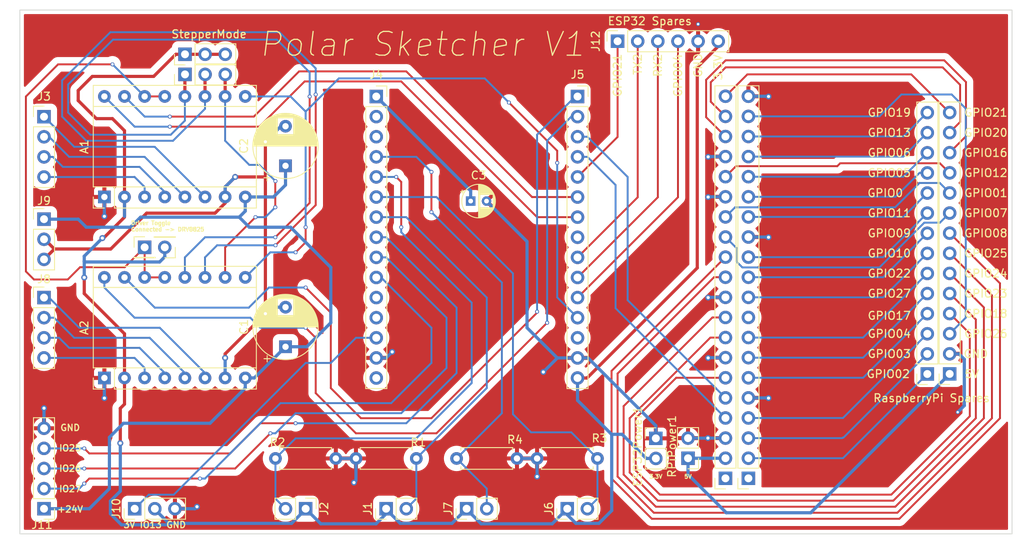
<source format=kicad_pcb>
(kicad_pcb (version 20211014) (generator pcbnew)
  (layers (0 "F.Cu" signal) (31 "B.Cu" signal) (34 "B.Paste" user) (35 "F.Paste" user) (36 "B.SilkS" user "B.Silkscreen") (37 "F.SilkS" user "F.Silkscreen") (38 "B.Mask" user) (39 "F.Mask" user) (44 "Edge.Cuts" user))
  (net 0 "")
  (net 1 "GND")
  (net 2 "Net-(A1-Pad3)")
  (net 3 "Net-(A1-Pad4)")
  (net 4 "Net-(A1-Pad5)")
  (net 5 "Net-(A1-Pad6)")
  (net 6 "+24V")
  (net 7 "Net-(A1-Pad10)")
  (net 8 "GPIO19")
  (net 9 "GPIO18")
  (net 10 "Net-(A2-Pad3)")
  (net 11 "Net-(A2-Pad4)")
  (net 12 "Net-(A2-Pad5)")
  (net 13 "Net-(A2-Pad6)")
  (net 14 "Net-(A1-Pad13)")
  (net 15 "GPIO23")
  (net 16 "GPIO22")
  (net 17 "GND2")
  (net 18 "GPIO33")
  (net 19 "GPIO35")
  (net 20 "EN")
  (net 21 "VP")
  (net 22 "VN")
  (net 23 "GPIO34")
  (net 24 "GPIO32")
  (net 25 "GPIO25")
  (net 26 "GPIO26")
  (net 27 "GPIO27")
  (net 28 "GPIO14")
  (net 29 "GPIO12")
  (net 30 "GPIO13")
  (net 31 "VIN")
  (net 32 "GPIO21")
  (net 33 "GPIO05")
  (net 34 "TX2")
  (net 35 "RX2")
  (net 36 "GPIO4")
  (net 37 "GPIO2")
  (net 38 "GPIO15")
  (net 39 "3V3")
  (net 40 "3v3")
  (net 41 "5v")
  (net 42 "RGPIO2 (SDA)")
  (net 43 "RGPIO3 (SCL)")
  (net 44 "RGPIO4 (GPCLK0)")
  (net 45 "RGPIO17")
  (net 46 "RGPIO27")
  (net 47 "RGPIO22")
  (net 48 "RGPIO10 (MOSI)")
  (net 49 "RGPIO9 (MISO)")
  (net 50 "RGPIO11 (SCLK)")
  (net 51 "RGPIO0 (ID_SD)")
  (net 52 "RGPIO5")
  (net 53 "RGPIO6")
  (net 54 "RGPIO13 (PWM1)")
  (net 55 "RGPIO19 (PCM_FS)")
  (net 56 "RGPIO26")
  (net 57 "RGPIO14 (TXD)")
  (net 58 "RGPIO15 (RXD)")
  (net 59 "RGPIO18 (PCM_CLK)")
  (net 60 "RGPIO23")
  (net 61 "RGPIO24")
  (net 62 "RGPIO25")
  (net 63 "RGPIO8 (CE0)")
  (net 64 "RGPIO7 (CE1)")
  (net 65 "RGPIO1 (ID_SC)")
  (net 66 "RGPIO12 (PMW0)")
  (net 67 "RGPIO16")
  (net 68 "RGPIO20 (PCM_DIN)")
  (net 69 "RGPIO21 (PCM_DOUT)")
  (net 70 "Net-(A1-Pad11)")
  (net 71 "Net-(A1-Pad12)")
  (footprint "Connector_PinHeader_2.54mm:PinHeader_1x02_P2.54mm_Vertical" (layer "F.Cu") (at 183.134 119.634)
    (fp_text reference "ESP32Power1")
    (fp_text value "3.3V")
  )
  (footprint "Capacitor_THT:CP_Radial_D8.0mm_P5.00mm" (layer "F.Cu") (at 136.398 85.206651 90)
    (fp_text reference "C2")
    (fp_text value "100u")
  )
  (footprint "Module:Pololu_Breakout-16_15.2x20.3mm" (layer "F.Cu") (at 113.538 112.004 90)
    (fp_text reference "A2")
    (fp_text value "Pololu_Breakout_A4988")
  )
  (footprint "Connector_PinHeader_2.54mm:PinHeader_1x03_P2.54mm_Vertical" (layer "F.Cu") (at 123.713 71.12 90)
    (fp_text reference "StepperModeInput1" hide)
    (fp_text value "StepperMode")
  )
  (footprint "Connector_PinHeader_2.54mm:PinHeader_1x02_P2.54mm_Vertical" (layer "F.Cu") (at 187.198 122.1486 180)
    (fp_text reference "RPiPower1")
    (fp_text value "V+" hide)
  )
  (footprint "Resistor_THT:R_Axial_DIN0207_L6.3mm_D2.5mm_P7.62mm_Horizontal" (layer "F.Cu") (at 157.988 122.174)
    (fp_text reference "R4")
    (fp_text value "330")
  )
  (footprint "Connector_PinHeader_2.54mm:PinHeader_1x05_P2.54mm_Vertical" (layer "F.Cu") (at 105.918 128.524 180)
    (fp_text reference "J11")
    (fp_text value "ENCODER")
  )
  (footprint "Connector_PinSocket_2.54mm:PinSocket_1x15_P2.54mm_Vertical" (layer "F.Cu") (at 173.253 76.454)
    (fp_text reference "J5")
    (fp_text value "ESP_H_2")
  )
  (footprint "Connector_PinSocket_2.54mm:PinSocket_1x15_P2.54mm_Vertical" (layer "F.Cu") (at 147.853 76.454)
    (fp_text reference "J4")
    (fp_text value "ESP_H_1")
  )
  (footprint "Connector_PinSocket_2.54mm:PinSocket_1x20_P2.54mm_Vertical" (layer "F.Cu") (at 194.818 124.684 180)
    (fp_text reference "J13" hide)
    (fp_text value "RPi_H_1")
  )
  (footprint "Connector_PinHeader_2.54mm:PinHeader_1x03_P2.54mm_Vertical" (layer "F.Cu") (at 123.713 73.66 90)
    (fp_text reference "StepperModeOutput1" hide)
    (fp_text value "StepperMode" hide)
  )
  (footprint "Connector_PinHeader_2.54mm:PinHeader_1x04_P2.54mm_Vertical" (layer "F.Cu") (at 105.918 101.854)
    (fp_text reference "J8")
    (fp_text value "STEPPER_2")
  )
  (footprint "Connector_PinHeader_2.54mm:PinHeader_1x03_P2.54mm_Vertical" (layer "F.Cu") (at 105.918 91.948)
    (fp_text reference "J9")
    (fp_text value "MOTOR_POWER")
  )
  (footprint "Module:Pololu_Breakout-16_15.2x20.3mm" (layer "F.Cu") (at 113.538 89.144 90)
    (fp_text reference "A1")
    (fp_text value "Pololu_Breakout_A4988")
  )
  (footprint "Connector_PinHeader_2.54mm:PinHeader_1x04_P2.54mm_Vertical" (layer "F.Cu") (at 105.918 79.004)
    (fp_text reference "J3")
    (fp_text value "STEPPER_1")
  )
  (footprint "Connector_PinSocket_2.54mm:PinSocket_1x14_P2.54mm_Vertical" (layer "F.Cu") (at 220.218 111.496 180)
    (fp_text reference "RaspberryPiSpares2" hide)
    (fp_text value "RPi_H_1")
  )
  (footprint "Connector_PinSocket_2.54mm:PinSocket_1x20_P2.54mm_Vertical" (layer "F.Cu") (at 191.922 124.684 180)
    (fp_text reference "J14" hide)
    (fp_text value "RPi_H_2")
  )
  (footprint "Capacitor_THT:CP_Radial_D8.0mm_P5.00mm" (layer "F.Cu") (at 136.398 108.066651 90)
    (fp_text reference "C1")
    (fp_text value "100u")
  )
  (footprint "Resistor_THT:R_Axial_DIN0207_L6.3mm_D2.5mm_P7.62mm_Horizontal" (layer "F.Cu") (at 135.128 122.174)
    (fp_text reference "R2")
    (fp_text value "330")
  )
  (footprint "Connector_PinHeader_2.54mm:PinHeader_1x02_P2.54mm_Vertical" (layer "F.Cu") (at 159.258 128.524 90)
    (fp_text reference "J7")
    (fp_text value "LIMIT_4")
  )
  (footprint "Connector_PinHeader_2.54mm:PinHeader_1x02_P2.54mm_Vertical" (layer "F.Cu") (at 171.958 128.524 90)
    (fp_text reference "J6")
    (fp_text value "LIMIT_2")
  )
  (footprint "Connector_PinSocket_2.54mm:PinSocket_1x14_P2.54mm_Vertical" (layer "F.Cu") (at 217.399 111.506 180)
    (fp_text reference "RaspberryPi Spares")
    (fp_text value "RPi_H_1")
  )
  (footprint "Resistor_THT:R_Axial_DIN0207_L6.3mm_D2.5mm_P7.62mm_Horizontal" (layer "F.Cu") (at 152.908 122.174 180)
    (fp_text reference "R1")
    (fp_text value "330")
  )
  (footprint "Capacitor_THT:CP_Radial_D4.0mm_P2.00mm" (layer "F.Cu") (at 159.766 89.662)
    (fp_text reference "C3")
    (fp_text value "100n")
  )
  (footprint "Resistor_THT:R_Axial_DIN0207_L6.3mm_D2.5mm_P7.62mm_Horizontal" (layer "F.Cu") (at 175.768 122.174 180)
    (fp_text reference "R3")
    (fp_text value "330")
  )
  (footprint "Connector_PinHeader_2.54mm:PinHeader_1x02_P2.54mm_Vertical" (layer "F.Cu") (at 138.938 128.524 -90)
    (fp_text reference "J2")
    (fp_text value "LIMIT_3")
  )
  (footprint "Connector_PinHeader_2.54mm:PinHeader_1x01_P2.54mm_Vertical" (layer "F.Cu") (at 121.158 95.504 180)
    (fp_text reference "StepperDriverTogglePower1" hide)
    (fp_text value "StepperDriverSelector" hide)
  )
  (footprint "Connector_PinHeader_2.54mm:PinHeader_1x02_P2.54mm_Vertical" (layer "F.Cu") (at 149.098 128.524 90)
    (fp_text reference "J1")
    (fp_text value "LIMIT_1")
  )
  (footprint "Connector_PinHeader_2.54mm:PinHeader_1x01_P2.54mm_Vertical" (layer "F.Cu") (at 118.618 95.504)
    (fp_text reference "StepperDriverToggle1" hide)
    (fp_text value "StepperDriverSelector" hide)
  )
  (footprint "Connector_PinHeader_2.54mm:PinHeader_1x03_P2.54mm_Vertical" (layer "F.Cu") (at 117.363 128.524 90)
    (fp_text reference "J10")
    (fp_text value "SERVO_PINS")
  )
  (footprint "Connector_PinSocket_2.54mm:PinSocket_1x06_P2.54mm_Vertical" (layer "F.Cu") (at 178.308 69.469 90)
    (fp_text reference "J12")
    (fp_text value "ESP_H_1")
  )
  (gr_rect (start 228.092 65.532) (end 102.87 131.699) (layer "Edge.Cuts") (width 0.1) (fill none))
  (gr_text "GPIO09" (at 212.598 93.726) (layer "F.SilkS") (effects (font (size 1 1))))
  (gr_text "3V IO13 GND\n" (at 119.888 130.556) (layer "F.SilkS") (effects (font (size 0.8 0.8))))
  (gr_text "GPIO26" (at 224.79 106.426) (layer "F.SilkS") (effects (font (size 1 1))))
  (gr_text "3.3V" (at 191.008 72.771 90) (layer "F.SilkS") (effects (font (size 1 1))))
  (gr_text "GPIO20" (at 224.79 81.026) (layer "F.SilkS") (effects (font (size 1 1))))
  (gr_text "GPIO03" (at 212.598 108.966) (layer "F.SilkS") (effects (font (size 1 1))))
  (gr_text "5V" (at 187.198 124.46) (layer "F.SilkS") (effects (font (size 0.5 0.5) (thickness 0.125))))
  (gr_text "GPIO01" (at 224.79 88.646) (layer "F.SilkS") (effects (font (size 1 1))))
  (gr_text "GPIO04" (at 185.928 73.787 90) (layer "F.SilkS") (effects (font (size 1 1))))
  (gr_text "GPIO08" (at 224.79 93.726) (layer "F.SilkS") (effects (font (size 1 1))))
  (gr_text "GND\n\nIO25\n\nIO26\n\nIO27\n\n+24V" (at 109.22 123.444) (layer "F.SilkS") (effects (font (size 0.8 0.8))))
  (gr_text "GPIO16" (at 224.79 83.566) (layer "F.SilkS") (effects (font (size 1 1))))
  (gr_text "Polar Sketcher V1" (at 153.67 69.85) (layer "F.SilkS") (effects (font (size 3 3) (thickness 0.15) italic)))
  (gr_text "GPIO13" (at 212.598 81.026) (layer "F.SilkS") (effects (font (size 1 1))))
  (gr_text "GND" (at 188.468 72.517 90) (layer "F.SilkS") (effects (font (size 1 1))))
  (gr_text "GND" (at 223.52 108.966) (layer "F.SilkS") (effects (font (size 1 1))))
  (gr_text "GPIO11" (at 212.598 91.186) (layer "F.SilkS") (effects (font (size 1 1))))
  (gr_text "GPIO27" (at 212.598 101.346) (layer "F.SilkS") (effects (font (size 1 1))))
  (gr_text "ESP32 Spares" (at 182.372 66.929) (layer "F.SilkS") (effects (font (size 1 1))))
  (gr_text "GPIO06" (at 212.598 83.566) (layer "F.SilkS") (effects (font (size 1 1))))
  (gr_text "GPIO21" (at 178.308 73.787 90) (layer "F.SilkS") (effects (font (size 1 1))))
  (gr_text "GPIO17" (at 212.598 104.14) (layer "F.SilkS") (effects (font (size 1 1))))
  (gr_text "GPIO21" (at 224.79 78.486) (layer "F.SilkS") (effects (font (size 1 1))))
  (gr_text "TX2" (at 180.848 72.39 90) (layer "F.SilkS") (effects (font (size 1 1))))
  (gr_text "GPIO10" (at 212.598 96.266) (layer "F.SilkS") (effects (font (size 1 1))))
  (gr_text "GPIO05" (at 212.598 86.106) (layer "F.SilkS") (effects (font (size 1 1))))
  (gr_text "GPIO22" (at 212.598 98.806) (layer "F.SilkS") (effects (font (size 1 1))))
  (gr_text "GPIO19" (at 212.598 78.486) (layer "F.SilkS") (effects (font (size 1 1))))
  (gr_text "Driver Toggle\nConnected -> DRV8825" (at 116.84 92.837) (layer "F.SilkS") (effects (font (size 0.5 0.5) (thickness 0.125)) (justify left)))
  (gr_text "GPIO04" (at 212.598 106.426) (layer "F.SilkS") (effects (font (size 1 1))))
  (gr_text "GPIO18" (at 224.79 103.886) (layer "F.SilkS") (effects (font (size 1 1))))
  (gr_text "GPIO0" (at 212.09 88.646) (layer "F.SilkS") (effects (font (size 1 1))))
  (gr_text "GPIO25" (at 224.79 96.266) (layer "F.SilkS") (effects (font (size 1 1))))
  (gr_text "GPIO12" (at 224.79 86.106) (layer "F.SilkS") (effects (font (size 1 1))))
  (gr_text "GPIO23" (at 224.79 101.346) (layer "F.SilkS") (effects (font (size 1 1))))
  (gr_text "5V" (at 223.012 111.506) (layer "F.SilkS") (effects (font (size 1 1))))
  (gr_text "GPIO02" (at 212.471 111.506) (layer "F.SilkS") (effects (font (size 1 1))))
  (gr_text "RX2" (at 183.388 72.517 90) (layer "F.SilkS") (effects (font (size 1 1))))
  (gr_text "GPIO07" (at 224.79 91.186) (layer "F.SilkS") (effects (font (size 1 1))))
  (gr_text "GPIO24" (at 224.79 98.806) (layer "F.SilkS") (effects (font (size 1 1))))
  (segment (start 188.468 69.342) (end 188.468 67.31) (width 0.4) (layer "F.Cu") (net 1))
  (via (at 105.918 115.824) (size 0.75) (drill 0.4) (layers "F.Cu" "B.Cu") (net 1))
  (via (at 189.738 89.154) (size 0.75) (drill 0.4) (layers "F.Cu" "B.Cu") (net 1))
  (via (at 189.738 109.474) (size 0.75) (drill 0.4) (layers "F.Cu" "B.Cu") (net 1))
  (via (at 197.358 76.454) (size 0.75) (drill 0.4) (layers "F.Cu" "B.Cu") (net 1))
  (via (at 113.538 114.554) (size 0.75) (drill 0.4) (layers "F.Cu" "B.Cu") (net 1))
  (via (at 197.358 114.554) (size 0.75) (drill 0.4) (layers "F.Cu" "B.Cu") (net 1))
  (via (at 149.86 108.712) (size 0.75) (drill 0.4) (layers "F.Cu" "B.Cu") (net 1))
  (via (at 168.148 124.46) (size 0.75) (drill 0.4) (layers "F.Cu" "B.Cu") (net 1))
  (via (at 221.234 116.332) (size 0.5) (drill 0.3) (layers "F.Cu" "B.Cu") (net 1))
  (via (at 113.538 91.5895) (size 0.75) (drill 0.4) (layers "F.Cu" "B.Cu") (net 1))
  (via (at 125.222 128.27) (size 0.75) (drill 0.4) (layers "F.Cu" "B.Cu") (net 1))
  (via (at 145.034 125.222) (size 0.75) (drill 0.4) (layers "F.Cu" "B.Cu") (net 1))
  (via (at 168.9345 111.252) (size 0.75) (drill 0.4) (layers "F.Cu" "B.Cu") (net 1))
  (via (at 188.468 67.31) (size 0.5) (drill 0.3) (layers "F.Cu" "B.Cu") (net 1))
  (via (at 189.738 101.854) (size 0.75) (drill 0.4) (layers "F.Cu" "B.Cu") (net 1))
  (via (at 189.708 119.604) (size 0.75) (drill 0.4) (layers "F.Cu" "B.Cu") (net 1))
  (via (at 189.738 84.074) (size 0.75) (drill 0.4) (layers "F.Cu" "B.Cu") (net 1))
  (via (at 197.358 94.234) (size 0.75) (drill 0.4) (layers "F.Cu" "B.Cu") (net 1))
  (segment (start 194.818 76.424) (end 197.328 76.424) (width 0.4) (layer "B.Cu") (net 1))
  (segment (start 191.922 84.044) (end 189.768 84.044) (width 0.4) (layer "B.Cu") (net 1))
  (segment (start 168.148 124.46) (end 168.148 122.174) (width 0.4) (layer "B.Cu") (net 1))
  (segment (start 189.768 101.824) (end 189.738 101.854) (width 0.4) (layer "B.Cu") (net 1))
  (segment (start 124.968 128.524) (end 125.222 128.27) (width 0.4) (layer "B.Cu") (net 1))
  (segment (start 191.922 89.124) (end 189.768 89.124) (width 0.4) (layer "B.Cu") (net 1))
  (segment (start 113.538 89.144) (end 113.538 91.5895) (width 0.4) (layer "B.Cu") (net 1))
  (segment (start 113.538 112.004) (end 113.538 114.554) (width 0.4) (layer "B.Cu") (net 1))
  (segment (start 197.328 76.424) (end 197.358 76.454) (width 0.4) (layer "B.Cu") (net 1))
  (segment (start 189.768 109.444) (end 189.738 109.474) (width 0.4) (layer "B.Cu") (net 1))
  (segment (start 166.878 94.774) (end 166.878 105.664) (width 0.4) (layer "B.Cu") (net 1))
  (segment (start 145.288 124.968) (end 145.034 125.222) (width 0.4) (layer "B.Cu") (net 1))
  (segment (start 222.068 109.646) (end 222.068 115.498) (width 0.4) (layer "B.Cu") (net 1))
  (segment (start 170.688 109.474) (end 170.7125 109.474) (width 0.4) (layer "B.Cu") (net 1))
  (segment (start 194.818 114.524) (end 197.328 114.524) (width 0.4) (layer "B.Cu") (net 1))
  (segment (start 194.818 94.204) (end 197.328 94.204) (width 0.4) (layer "B.Cu") (net 1))
  (segment (start 105.918 118.364) (end 105.918 115.824) (width 0.4) (layer "B.Cu") (net 1))
  (segment (start 222.068 115.498) (end 221.234 116.332) (width 0.4) (layer "B.Cu") (net 1))
  (segment (start 166.878 105.664) (end 170.688 109.474) (width 0.4) (layer "B.Cu") (net 1))
  (segment (start 165.608 122.174) (end 168.148 122.174) (width 0.4) (layer "B.Cu") (net 1))
  (segment (start 168.9345 111.252) (end 170.7125 109.474) (width 0.4) (layer "B.Cu") (net 1))
  (segment (start 145.288 122.174) (end 145.288 124.968) (width 0.4) (layer "B.Cu") (net 1))
  (segment (start 147.853 109.474) (end 149.098 109.474) (width 0.4) (layer "B.Cu") (net 1))
  (segment (start 197.328 114.524) (end 197.358 114.554) (width 0.4) (layer "B.Cu") (net 1))
  (segment (start 191.922 101.824) (end 189.768 101.824) (width 0.4) (layer "B.Cu") (net 1))
  (segment (start 149.098 109.474) (end 149.86 108.712) (width 0.4) (layer "B.Cu") (net 1))
  (segment (start 191.922 109.444) (end 189.768 109.444) (width 0.4) (layer "B.Cu") (net 1))
  (segment (start 183.134 118.033704) (end 174.574296 109.474) (width 0.4) (layer "B.Cu") (net 1))
  (segment (start 220.218 108.956) (end 221.378 108.956) (width 0.4) (layer "B.Cu") (net 1))
  (segment (start 189.768 89.124) (end 189.738 89.154) (width 0.4) (layer "B.Cu") (net 1))
  (segment (start 183.134 119.634) (end 183.134 118.033704) (width 0.4) (layer "B.Cu") (net 1))
  (segment (start 189.708 119.604) (end 189.7034 119.6086) (width 0.4) (layer "B.Cu") (net 1))
  (segment (start 189.768 84.044) (end 189.738 84.074) (width 0.4) (layer "B.Cu") (net 1))
  (segment (start 221.378 108.956) (end 222.068 109.646) (width 0.4) (layer "B.Cu") (net 1))
  (segment (start 142.748 122.174) (end 145.288 122.174) (width 0.4) (layer "B.Cu") (net 1))
  (segment (start 161.766 89.662) (end 166.878 94.774) (width 0.4) (layer "B.Cu") (net 1))
  (segment (start 197.328 94.204) (end 197.358 94.234) (width 0.4) (layer "B.Cu") (net 1))
  (segment (start 122.443 128.524) (end 124.968 128.524) (width 0.4) (layer "B.Cu") (net 1))
  (segment (start 174.574296 109.474) (end 170.7125 109.474) (width 0.4) (layer "B.Cu") (net 1))
  (segment (start 189.708 119.604) (end 191.922 119.604) (width 0.4) (layer "B.Cu") (net 1))
  (segment (start 189.7034 119.6086) (end 187.198 119.6086) (width 0.4) (layer "B.Cu") (net 1))
  (segment (start 105.918 86.624) (end 117.338 86.624) (width 0.24) (layer "B.Cu") (net 2))
  (segment (start 118.618 87.884) (end 118.618 89.144) (width 0.24) (layer "B.Cu") (net 2))
  (segment (start 117.348 86.614) (end 118.618 87.884) (width 0.24) (layer "B.Cu") (net 2))
  (segment (start 117.338 86.624) (end 117.348 86.614) (width 0.24) (layer "B.Cu") (net 2))
  (segment (start 107.03675 84.084) (end 108.29675 85.344) (width 0.24) (layer "B.Cu") (net 3))
  (segment (start 117.983 85.344) (end 121.158 88.519) (width 0.24) (layer "B.Cu") (net 3))
  (segment (start 108.29675 85.344) (end 117.983 85.344) (width 0.24) (layer "B.Cu") (net 3))
  (segment (start 121.158 88.519) (end 121.158 89.144) (width 0.24) (layer "B.Cu") (net 3))
  (segment (start 105.918 84.084) (end 107.03675 84.084) (width 0.24) (layer "B.Cu") (net 3))
  (segment (start 109.088 84.074) (end 118.618 84.074) (width 0.24) (layer "B.Cu") (net 4))
  (segment (start 123.688 89.144) (end 123.698 89.144) (width 0.24) (layer "B.Cu") (net 4))
  (segment (start 118.618 84.074) (end 123.688 89.144) (width 0.24) (layer "B.Cu") (net 4))
  (segment (start 105.918 81.544) (end 106.558 81.544) (width 0.24) (layer "B.Cu") (net 4))
  (segment (start 106.558 81.544) (end 109.088 84.074) (width 0.24) (layer "B.Cu") (net 4))
  (segment (start 105.928 79.004) (end 109.728 82.804) (width 0.24) (layer "B.Cu") (net 5))
  (segment (start 119.888 82.804) (end 126.228 89.144) (width 0.24) (layer "B.Cu") (net 5))
  (segment (start 109.728 82.804) (end 119.888 82.804) (width 0.24) (layer "B.Cu") (net 5))
  (segment (start 126.228 89.144) (end 126.238 89.144) (width 0.24) (layer "B.Cu") (net 5))
  (segment (start 105.918 79.004) (end 105.928 79.004) (width 0.24) (layer "B.Cu") (net 5))
  (segment (start 131.318 112.004) (end 132.460651 112.004) (width 0.4) (layer "B.Cu") (net 6))
  (segment (start 116.84 92.964) (end 118.11 91.694) (width 0.4) (layer "B.Cu") (net 6))
  (segment (start 105.918 128.524) (end 111.633 128.524) (width 0.4) (layer "B.Cu") (net 6))
  (segment (start 130.556 91.694) (end 131.318 90.932) (width 0.4) (layer "B.Cu") (net 6))
  (segment (start 142.113 105.029) (end 142.113 98.044) (width 0.4) (layer "B.Cu") (net 6))
  (segment (start 110.236 91.948) (end 111.252 92.964) (width 0.4) (layer "B.Cu") (net 6))
  (segment (start 130.556 91.694) (end 131.826 92.964) (width 0.4) (layer "B.Cu") (net 6))
  (segment (start 131.826 92.964) (end 137.033 92.964) (width 0.4) (layer "B.Cu") (net 6))
  (segment (start 131.318 90.932) (end 131.318 89.144) (width 0.4) (layer "B.Cu") (net 6))
  (segment (start 118.11 91.694) (end 130.556 91.694) (width 0.4) (layer "B.Cu") (net 6))
  (segment (start 105.918 91.948) (end 110.236 91.948) (width 0.4) (layer "B.Cu") (net 6))
  (segment (start 111.633 128.524) (end 114.173 125.984) (width 0.4) (layer "B.Cu") (net 6))
  (segment (start 136.535349 108.066651) (end 136.398 108.066651) (width 0.4) (layer "B.Cu") (net 6))
  (segment (start 132.460651 112.004) (end 136.398 108.066651) (width 0.4) (layer "B.Cu") (net 6))
  (segment (start 136.398 87.63) (end 136.398 85.206651) (width 0.4) (layer "B.Cu") (net 6))
  (segment (start 131.318 89.144) (end 134.884 89.144) (width 0.4) (layer "B.Cu") (net 6))
  (segment (start 139.075349 108.066651) (end 142.113 105.029) (width 0.4) (layer "B.Cu") (net 6))
  (segment (start 134.884 89.144) (end 136.398 87.63) (width 0.4) (layer "B.Cu") (net 6))
  (segment (start 131.318 113.284) (end 131.318 112.004) (width 0.4) (layer "B.Cu") (net 6))
  (segment (start 136.398 108.066651) (end 139.075349 108.066651) (width 0.4) (layer "B.Cu") (net 6))
  (segment (start 115.951 117.729) (end 126.873 117.729) (width 0.4) (layer "B.Cu") (net 6))
  (segment (start 114.173 125.984) (end 114.173 119.507) (width 0.4) (layer "B.Cu") (net 6))
  (segment (start 114.173 119.507) (end 115.951 117.729) (width 0.4) (layer "B.Cu") (net 6))
  (segment (start 142.113 98.044) (end 137.033 92.964) (width 0.4) (layer "B.Cu") (net 6))
  (segment (start 111.252 92.964) (end 116.84 92.964) (width 0.4) (layer "B.Cu") (net 6))
  (segment (start 126.873 117.729) (end 131.318 113.284) (width 0.4) (layer "B.Cu") (net 6))
  (segment (start 132.6085 91.694) (end 128.778 95.5245) (width 0.24) (layer "F.Cu") (net 7))
  (segment (start 135.1075 87.153439) (end 135.123459 87.13748) (width 0.24) (layer "F.Cu") (net 7))
  (segment (start 128.778 95.5245) (end 128.778 99.304) (width 0.24) (layer "F.Cu") (net 7))
  (segment (start 135.1075 90.4445) (end 135.1075 87.153439) (width 0.24) (layer "F.Cu") (net 7))
  (segment (start 128.778 73.66) (end 128.778 76.444) (width 0.4) (layer "F.Cu") (net 7))
  (via (at 135.123459 87.13748) (size 0.5) (drill 0.3) (layers "F.Cu" "B.Cu") (net 7))
  (via (at 135.1075 90.4445) (size 0.5) (drill 0.3) (layers "F.Cu" "B.Cu") (net 7))
  (via (at 132.6085 91.694) (size 0.5) (drill 0.3) (layers "F.Cu" "B.Cu") (net 7))
  (segment (start 133.858 91.694) (end 132.6085 91.694) (width 0.24) (layer "B.Cu") (net 7))
  (segment (start 131.826 85.09) (end 133.075979 85.09) (width 0.24) (layer "B.Cu") (net 7))
  (segment (start 135.1075 90.4445) (end 133.858 91.694) (width 0.24) (layer "B.Cu") (net 7))
  (segment (start 133.075979 85.09) (end 135.123459 87.13748) (width 0.24) (layer "B.Cu") (net 7))
  (segment (start 128.778 82.042) (end 131.826 85.09) (width 0.24) (layer "B.Cu") (net 7))
  (segment (start 128.778 76.444) (end 128.778 82.042) (width 0.24) (layer "B.Cu") (net 7))
  (segment (start 151.638 73.279) (end 138.1125 73.279) (width 0.24) (layer "F.Cu") (net 8))
  (segment (start 167.513 89.154) (end 151.638 73.279) (width 0.24) (layer "F.Cu") (net 8))
  (segment (start 173.253 89.154) (end 167.513 89.154) (width 0.24) (layer "F.Cu") (net 8))
  (segment (start 132.3975 78.994) (end 121.793 78.994) (width 0.24) (layer "F.Cu") (net 8))
  (segment (start 138.1125 73.279) (end 132.3975 78.994) (width 0.24) (layer "F.Cu") (net 8))
  (via (at 121.793 78.994) (size 0.5) (drill 0.3) (layers "F.Cu" "B.Cu") (net 8))
  (segment (start 118.628 78.994) (end 121.793 78.994) (width 0.24) (layer "B.Cu") (net 8))
  (segment (start 116.078 76.444) (end 118.628 78.994) (width 0.24) (layer "B.Cu") (net 8))
  (segment (start 151.003 74.549) (end 138.811 74.549) (width 0.24) (layer "F.Cu") (net 9))
  (segment (start 173.253 91.694) (end 168.148 91.694) (width 0.24) (layer "F.Cu") (net 9))
  (segment (start 168.148 91.694) (end 151.003 74.549) (width 0.24) (layer "F.Cu") (net 9))
  (segment (start 138.811 74.549) (end 133.096 80.264) (width 0.24) (layer "F.Cu") (net 9))
  (segment (start 133.096 80.264) (end 121.793 80.264) (width 0.24) (layer "F.Cu") (net 9))
  (via (at 121.793 80.264) (size 0.5) (drill 0.3) (layers "F.Cu" "B.Cu") (net 9))
  (segment (start 117.358 80.264) (end 121.793 80.264) (width 0.24) (layer "B.Cu") (net 9))
  (segment (start 113.538 76.444) (end 117.358 80.264) (width 0.24) (layer "B.Cu") (net 9))
  (segment (start 118.618 110.739) (end 117.353 109.474) (width 0.24) (layer "B.Cu") (net 10))
  (segment (start 117.353 109.474) (end 105.918 109.474) (width 0.24) (layer "B.Cu") (net 10))
  (segment (start 118.618 112.004) (end 118.618 110.739) (width 0.24) (layer "B.Cu") (net 10))
  (segment (start 121.158 111.379) (end 121.158 112.004) (width 0.24) (layer "B.Cu") (net 11))
  (segment (start 117.983 108.204) (end 121.158 111.379) (width 0.24) (layer "B.Cu") (net 11))
  (segment (start 109.093 108.204) (end 117.983 108.204) (width 0.24) (layer "B.Cu") (net 11))
  (segment (start 107.823 106.934) (end 109.093 108.204) (width 0.24) (layer "B.Cu") (net 11))
  (segment (start 105.918 106.934) (end 107.823 106.934) (width 0.24) (layer "B.Cu") (net 11))
  (segment (start 107.188 104.394) (end 105.918 104.394) (width 0.24) (layer "B.Cu") (net 12))
  (segment (start 123.698 112.004) (end 123.698 111.379) (width 0.24) (layer "B.Cu") (net 12))
  (segment (start 119.253 106.934) (end 109.728 106.934) (width 0.24) (layer "B.Cu") (net 12))
  (segment (start 109.728 106.934) (end 107.188 104.394) (width 0.24) (layer "B.Cu") (net 12))
  (segment (start 123.698 111.379) (end 119.253 106.934) (width 0.24) (layer "B.Cu") (net 12))
  (segment (start 126.238 111.379) (end 126.238 112.004) (width 0.24) (layer "B.Cu") (net 13))
  (segment (start 105.918 101.854) (end 106.553 101.854) (width 0.24) (layer "B.Cu") (net 13))
  (segment (start 120.523 105.664) (end 126.238 111.379) (width 0.24) (layer "B.Cu") (net 13))
  (segment (start 110.363 105.664) (end 120.523 105.664) (width 0.24) (layer "B.Cu") (net 13))
  (segment (start 106.553 101.854) (end 110.363 105.664) (width 0.24) (layer "B.Cu") (net 13))
  (segment (start 103.632 98.552) (end 104.648 99.568) (width 0.24) (layer "F.Cu") (net 14))
  (segment (start 108.912593 99.568) (end 110.461593 98.019) (width 0.24) (layer "F.Cu") (net 14))
  (segment (start 110.461593 98.019) (end 116.103 98.019) (width 0.24) (layer "F.Cu") (net 14))
  (segment (start 114.554 72.39) (end 107.696 72.39) (width 0.24) (layer "F.Cu") (net 14))
  (segment (start 103.632 76.454) (end 103.632 98.552) (width 0.24) (layer "F.Cu") (net 14))
  (segment (start 118.618 95.504) (end 118.618 99.304) (width 0.24) (layer "F.Cu") (net 14))
  (segment (start 107.696 72.39) (end 103.632 76.454) (width 0.24) (layer "F.Cu") (net 14))
  (segment (start 118.618 99.304) (end 121.158 99.304) (width 0.24) (layer "F.Cu") (net 14))
  (segment (start 121.158 76.444) (end 118.618 76.444) (width 0.24) (layer "F.Cu") (net 14))
  (segment (start 104.648 99.568) (end 108.912593 99.568) (width 0.24) (layer "F.Cu") (net 14))
  (segment (start 116.103 98.019) (end 118.618 95.504) (width 0.24) (layer "F.Cu") (net 14))
  (via (at 114.554 72.39) (size 0.5) (drill 0.3) (layers "F.Cu" "B.Cu") (net 14))
  (segment (start 114.554 72.39) (end 114.564 72.39) (width 0.24) (layer "B.Cu") (net 14))
  (segment (start 114.564 72.39) (end 118.618 76.444) (width 0.24) (layer "B.Cu") (net 14))
  (segment (start 168.148 103.632) (end 168.148 103.759) (width 0.24) (layer "F.Cu") (net 15))
  (segment (start 154.813 117.094) (end 145.923 117.094) (width 0.24) (layer "F.Cu") (net 15))
  (segment (start 168.148 103.759) (end 154.813 117.094) (width 0.24) (layer "F.Cu") (net 15))
  (segment (start 142.113 113.284) (end 142.113 103.759) (width 0.24) (layer "F.Cu") (net 15))
  (segment (start 142.113 103.759) (end 138.938 100.584) (width 0.24) (layer "F.Cu") (net 15))
  (segment (start 145.923 117.094) (end 142.113 113.284) (width 0.24) (layer "F.Cu") (net 15))
  (via (at 138.938 100.584) (size 0.5) (drill 0.3) (layers "F.Cu" "B.Cu") (net 15))
  (via (at 168.148 103.632) (size 0.5) (drill 0.3) (layers "F.Cu" "B.Cu") (net 15))
  (segment (start 134.3025 100.584) (end 131.7625 103.124) (width 0.24) (layer "B.Cu") (net 15))
  (segment (start 119.898 103.124) (end 116.078 99.304) (width 0.24) (layer "B.Cu") (net 15))
  (segment (start 138.938 100.584) (end 134.3025 100.584) (width 0.24) (layer "B.Cu") (net 15))
  (segment (start 131.7625 103.124) (end 119.898 103.124) (width 0.24) (layer "B.Cu") (net 15))
  (segment (start 168.148 103.632) (end 168.148 81.28) (width 0.24) (layer "B.Cu") (net 15))
  (segment (start 172.974 76.454) (end 173.253 76.454) (width 0.24) (layer "B.Cu") (net 15))
  (segment (start 168.148 81.28) (end 172.974 76.454) (width 0.24) (layer "B.Cu") (net 15))
  (segment (start 145.288 118.999) (end 140.208 113.919) (width 0.24) (layer "F.Cu") (net 16))
  (segment (start 169.418 105.029) (end 155.448 118.999) (width 0.24) (layer "F.Cu") (net 16))
  (segment (start 155.448 118.999) (end 145.288 118.999) (width 0.24) (layer "F.Cu") (net 16))
  (segment (start 140.208 106.934) (end 138.938 105.664) (width 0.24) (layer "F.Cu") (net 16))
  (segment (start 140.208 113.919) (end 140.208 106.934) (width 0.24) (layer "F.Cu") (net 16))
  (via (at 169.418 105.029) (size 0.5) (drill 0.3) (layers "F.Cu" "B.Cu") (net 16))
  (via (at 138.938 105.664) (size 0.5) (drill 0.3) (layers "F.Cu" "B.Cu") (net 16))
  (segment (start 169.418 105.029) (end 169.418 82.042) (width 0.24) (layer "B.Cu") (net 16))
  (segment (start 117.348 104.394) (end 131.953 104.394) (width 0.24) (layer "B.Cu") (net 16))
  (segment (start 133.223 105.664) (end 138.938 105.664) (width 0.24) (layer "B.Cu") (net 16))
  (segment (start 169.418 82.042) (end 172.466 78.994) (width 0.24) (layer "B.Cu") (net 16))
  (segment (start 113.538 100.584) (end 117.348 104.394) (width 0.24) (layer "B.Cu") (net 16))
  (segment (start 131.953 104.394) (end 133.223 105.664) (width 0.24) (layer "B.Cu") (net 16))
  (segment (start 172.466 78.994) (end 173.253 78.994) (width 0.24) (layer "B.Cu") (net 16))
  (segment (start 113.538 99.304) (end 113.538 100.584) (width 0.24) (layer "B.Cu") (net 16))
  (segment (start 133.858 82.169) (end 133.858 86.614) (width 0.4) (layer "F.Cu") (net 17))
  (segment (start 133.858 103.886) (end 128.778 108.966) (width 0.4) (layer "F.Cu") (net 17))
  (segment (start 107.219796 95.7135) (end 114.3445 95.7135) (width 0.4) (layer "F.Cu") (net 17))
  (segment (start 127.508 91.186) (end 128.778 89.916) (width 0.4) (layer "F.Cu") (net 17))
  (segment (start 105.994296 94.488) (end 107.219796 95.7135) (width 0.4) (layer "F.Cu") (net 17))
  (segment (start 128.778 89.916) (end 128.778 87.884) (width 0.4) (layer "F.Cu") (net 17))
  (segment (start 128.778 108.966) (end 128.778 109.474) (width 0.4) (layer "F.Cu") (net 17))
  (segment (start 105.918 97.028) (end 107.219796 95.726204) (width 0.4) (layer "F.Cu") (net 17))
  (segment (start 107.219796 95.726204) (end 107.219796 95.7135) (width 0.4) (layer "F.Cu") (net 17))
  (segment (start 114.3445 95.7135) (end 118.872 91.186) (width 0.4) (layer "F.Cu") (net 17))
  (segment (start 118.872 91.186) (end 127.508 91.186) (width 0.4) (layer "F.Cu") (net 17))
  (segment (start 133.858 86.614) (end 133.858 103.886) (width 0.4) (layer "F.Cu") (net 17))
  (segment (start 130.048 86.614) (end 133.858 86.614) (width 0.4) (layer "F.Cu") (net 17))
  (segment (start 128.778 87.884) (end 130.048 86.614) (width 0.4) (layer "F.Cu") (net 17))
  (segment (start 105.918 94.488) (end 105.994296 94.488) (width 0.4) (layer "F.Cu") (net 17))
  (via (at 133.858 103.886) (size 0.75) (drill 0.4) (layers "F.Cu" "B.Cu") (net 17))
  (via (at 133.858 82.169) (size 0.75) (drill 0.4) (layers "F.Cu" "B.Cu") (net 17))
  (via (at 128.778 109.474) (size 0.75) (drill 0.4) (layers "F.Cu" "B.Cu") (net 17))
  (via (at 130.048 86.614) (size 0.75) (drill 0.4) (layers "F.Cu" "B.Cu") (net 17))
  (segment (start 134.677349 103.066651) (end 136.398 103.066651) (width 0.4) (layer "B.Cu") (net 17))
  (segment (start 133.858 103.886) (end 134.677349 103.066651) (width 0.4) (layer "B.Cu") (net 17))
  (segment (start 133.858 82.169) (end 135.820349 80.206651) (width 0.4) (layer "B.Cu") (net 17))
  (segment (start 135.820349 80.206651) (end 136.398 80.206651) (width 0.4) (layer "B.Cu") (net 17))
  (segment (start 128.778 89.144) (end 128.778 87.884) (width 0.4) (layer "B.Cu") (net 17))
  (segment (start 128.778 112.004) (end 128.778 109.474) (width 0.4) (layer "B.Cu") (net 17))
  (segment (start 128.778 87.884) (end 130.048 86.614) (width 0.4) (layer "B.Cu") (net 17))
  (segment (start 151.638 128.524) (end 152.908 127.254) (width 0.24) (layer "B.Cu") (net 18))
  (segment (start 151.638 91.694) (end 147.853 91.694) (width 0.24) (layer "B.Cu") (net 18))
  (segment (start 152.908 127.254) (end 152.908 122.174) (width 0.24) (layer "B.Cu") (net 18))
  (segment (start 152.908 122.174) (end 161.798 113.284) (width 0.24) (layer "B.Cu") (net 18))
  (segment (start 161.798 101.854) (end 151.638 91.694) (width 0.24) (layer "B.Cu") (net 18))
  (segment (start 161.798 113.284) (end 161.798 101.854) (width 0.24) (layer "B.Cu") (net 18))
  (segment (start 151.003 92.964) (end 151.003 87.249) (width 0.24) (layer "F.Cu") (net 19))
  (segment (start 151.003 87.249) (end 150.368 86.614) (width 0.24) (layer "F.Cu") (net 19))
  (via (at 151.003 92.964) (size 0.5) (drill 0.3) (layers "F.Cu" "B.Cu") (net 19))
  (via (at 150.368 86.614) (size 0.5) (drill 0.3) (layers "F.Cu" "B.Cu") (net 19))
  (segment (start 159.893 112.649) (end 159.893 102.489) (width 0.24) (layer "B.Cu") (net 19))
  (segment (start 135.128 127.254) (end 136.398 128.524) (width 0.24) (layer "B.Cu") (net 19))
  (segment (start 135.128 122.174) (end 137.668 119.634) (width 0.24) (layer "B.Cu") (net 19))
  (segment (start 159.893 102.489) (end 151.003 93.599) (width 0.24) (layer "B.Cu") (net 19))
  (segment (start 152.908 119.634) (end 159.893 112.649) (width 0.24) (layer "B.Cu") (net 19))
  (segment (start 135.128 122.174) (end 135.128 127.254) (width 0.24) (layer "B.Cu") (net 19))
  (segment (start 151.003 93.599) (end 151.003 92.964) (width 0.24) (layer "B.Cu") (net 19))
  (segment (start 147.853 86.614) (end 150.368 86.614) (width 0.24) (layer "B.Cu") (net 19))
  (segment (start 137.668 119.634) (end 152.908 119.634) (width 0.24) (layer "B.Cu") (net 19))
  (segment (start 159.766 88.367) (end 147.853 76.454) (width 0.4) (layer "B.Cu") (net 20))
  (segment (start 159.766 89.662) (end 159.766 89.408) (width 0.24) (layer "B.Cu") (net 20))
  (segment (start 159.766 89.662) (end 159.766 88.367) (width 0.4) (layer "B.Cu") (net 20))
  (segment (start 154.813 85.979) (end 154.813 91.059) (width 0.24) (layer "F.Cu") (net 23))
  (via (at 154.813 85.979) (size 0.5) (drill 0.3) (layers "F.Cu" "B.Cu") (net 23))
  (via (at 154.813 91.059) (size 0.5) (drill 0.3) (layers "F.Cu" "B.Cu") (net 23))
  (segment (start 152.908 84.074) (end 147.853 84.074) (width 0.24) (layer "B.Cu") (net 23))
  (segment (start 154.813 91.059) (end 163.703 99.949) (width 0.24) (layer "B.Cu") (net 23))
  (segment (start 163.703 99.949) (end 163.703 116.459) (width 0.24) (layer "B.Cu") (net 23))
  (segment (start 154.813 85.979) (end 152.908 84.074) (width 0.24) (layer "B.Cu") (net 23))
  (segment (start 157.988 122.174) (end 161.798 125.984) (width 0.24) (layer "B.Cu") (net 23))
  (segment (start 163.703 116.459) (end 157.988 122.174) (width 0.24) (layer "B.Cu") (net 23))
  (segment (start 161.798 125.984) (end 161.798 128.524) (width 0.24) (layer "B.Cu") (net 23))
  (segment (start 172.466 118.872) (end 167.386 118.872) (width 0.24) (layer "B.Cu") (net 24))
  (segment (start 175.768 127.254) (end 174.498 128.524) (width 0.24) (layer "B.Cu") (net 24))
  (segment (start 155.448 89.154) (end 147.853 89.154) (width 0.24) (layer "B.Cu") (net 24))
  (segment (start 165.1 98.806) (end 155.448 89.154) (width 0.24) (layer "B.Cu") (net 24))
  (segment (start 167.386 118.872) (end 165.1 116.586) (width 0.24) (layer "B.Cu") (net 24))
  (segment (start 175.768 122.174) (end 172.466 118.872) (width 0.24) (layer "B.Cu") (net 24))
  (segment (start 175.768 122.174) (end 175.768 127.254) (width 0.24) (layer "B.Cu") (net 24))
  (segment (start 165.1 116.586) (end 165.1 98.806) (width 0.24) (layer "B.Cu") (net 24))
  (segment (start 133.223 117.729) (end 137.668 117.729) (width 0.24) (layer "F.Cu") (net 25))
  (segment (start 111.633 121.539) (end 129.413 121.539) (width 0.24) (layer "F.Cu") (net 25))
  (segment (start 110.998 120.904) (end 111.633 121.539) (width 0.24) (layer "F.Cu") (net 25))
  (segment (start 129.413 121.539) (end 133.223 117.729) (width 0.24) (layer "F.Cu") (net 25))
  (via (at 137.668 117.729) (size 0.5) (drill 0.3) (layers "F.Cu" "B.Cu") (net 25))
  (via (at 110.998 120.904) (size 0.5) (drill 0.3) (layers "F.Cu" "B.Cu") (net 25))
  (segment (start 105.918 120.904) (end 110.998 120.904) (width 0.24) (layer "B.Cu") (net 25))
  (segment (start 149.098 94.234) (end 147.853 94.234) (width 0.24) (layer "B.Cu") (net 25))
  (segment (start 157.988 103.124) (end 149.098 94.234) (width 0.24) (layer "B.Cu") (net 25))
  (segment (start 151.638 117.729) (end 157.988 111.379) (width 0.24) (layer "B.Cu") (net 25))
  (segment (start 157.988 111.379) (end 157.988 103.124) (width 0.24) (layer "B.Cu") (net 25))
  (segment (start 137.668 117.729) (end 151.638 117.729) (width 0.24) (layer "B.Cu") (net 25))
  (segment (start 110.998 123.444) (end 130.048 123.444) (width 0.24) (layer "F.Cu") (net 26))
  (segment (start 130.048 123.444) (end 134.493 118.999) (width 0.24) (layer "F.Cu") (net 26))
  (via (at 134.493 118.999) (size 0.5) (drill 0.3) (layers "F.Cu" "B.Cu") (net 26))
  (via (at 110.998 123.444) (size 0.5) (drill 0.3) (layers "F.Cu" "B.Cu") (net 26))
  (segment (start 149.098 96.774) (end 147.853 96.774) (width 0.24) (layer "B.Cu") (net 26))
  (segment (start 151.003 116.459) (end 156.718 110.744) (width 0.24) (layer "B.Cu") (net 26))
  (segment (start 156.718 110.744) (end 156.718 104.394) (width 0.24) (layer "B.Cu") (net 26))
  (segment (start 134.493 118.999) (end 135.128 118.999) (width 0.24) (layer "B.Cu") (net 26))
  (segment (start 137.668 116.459) (end 151.003 116.459) (width 0.24) (layer "B.Cu") (net 26))
  (segment (start 110.998 123.444) (end 105.918 123.444) (width 0.24) (layer "B.Cu") (net 26))
  (segment (start 135.128 118.999) (end 137.668 116.459) (width 0.24) (layer "B.Cu") (net 26))
  (segment (start 156.718 104.394) (end 149.098 96.774) (width 0.24) (layer "B.Cu") (net 26))
  (segment (start 110.998 125.349) (end 111.633 124.714) (width 0.24) (layer "F.Cu") (net 27))
  (segment (start 111.633 124.714) (end 125.603 124.714) (width 0.24) (layer "F.Cu") (net 27))
  (via (at 110.998 125.349) (size 0.5) (drill 0.3) (layers "F.Cu" "B.Cu") (net 27))
  (via (at 125.603 124.714) (size 0.5) (drill 0.3) (layers "F.Cu" "B.Cu") (net 27))
  (segment (start 149.733 115.189) (end 135.763 115.189) (width 0.24) (layer "B.Cu") (net 27))
  (segment (start 110.363 125.984) (end 105.918 125.984) (width 0.24) (layer "B.Cu") (net 27))
  (segment (start 110.998 125.349) (end 110.363 125.984) (width 0.24) (layer "B.Cu") (net 27))
  (segment (start 154.813 105.664) (end 154.813 110.109) (width 0.24) (layer "B.Cu") (net 27))
  (segment (start 148.463 99.314) (end 154.813 105.664) (width 0.24) (layer "B.Cu") (net 27))
  (segment (start 154.813 110.109) (end 149.733 115.189) (width 0.24) (layer "B.Cu") (net 27))
  (segment (start 126.238 124.714) (end 125.603 124.714) (width 0.24) (layer "B.Cu") (net 27))
  (segment (start 147.853 99.314) (end 148.463 99.314) (width 0.24) (layer "B.Cu") (net 27))
  (segment (start 135.763 115.189) (end 126.238 124.714) (width 0.24) (layer "B.Cu") (net 27))
  (segment (start 117.363 128.599605) (end 117.363 128.524) (width 0.4) (layer "B.Cu") (net 30))
  (segment (start 122.293 126.754) (end 138.938 110.109) (width 0.24) (layer "B.Cu") (net 30))
  (segment (start 119.133 126.754) (end 122.293 126.754) (width 0.24) (layer "B.Cu") (net 30))
  (segment (start 145.288 106.934) (end 147.853 106.934) (width 0.24) (layer "B.Cu") (net 30))
  (segment (start 117.363 128.524) (end 119.133 126.754) (width 0.24) (layer "B.Cu") (net 30))
  (segment (start 138.938 110.109) (end 142.113 110.109) (width 0.24) (layer "B.Cu") (net 30))
  (segment (start 142.113 110.109) (end 145.288 106.934) (width 0.24) (layer "B.Cu") (net 30))
  (segment (start 178.308 81.559) (end 178.308 69.596) (width 0.24) (layer "F.Cu") (net 32))
  (segment (start 173.253 86.614) (end 178.308 81.559) (width 0.24) (layer "F.Cu") (net 32))
  (segment (start 180.848 89.179) (end 173.253 96.774) (width 0.24) (layer "F.Cu") (net 34))
  (segment (start 180.848 69.342) (end 180.848 89.179) (width 0.24) (layer "F.Cu") (net 34))
  (segment (start 183.388 89.179) (end 173.253 99.314) (width 0.24) (layer "F.Cu") (net 35))
  (segment (start 183.388 69.342) (end 183.388 89.179) (width 0.24) (layer "F.Cu") (net 35))
  (segment (start 185.928 89.179) (end 173.253 101.854) (width 0.24) (layer "F.Cu") (net 36))
  (segment (start 185.928 69.342) (end 185.928 89.179) (width 0.24) (layer "F.Cu") (net 36))
  (segment (start 170.688 84.836) (end 170.688 83.312) (width 0.24) (layer "F.Cu") (net 37))
  (segment (start 170.688 83.312) (end 164.592 77.216) (width 0.24) (layer "F.Cu") (net 37))
  (segment (start 138.938 94.869) (end 138.938 92.964) (width 0.24) (layer "F.Cu") (net 37))
  (segment (start 137.668 96.139) (end 138.938 94.869) (width 0.24) (layer "F.Cu") (net 37))
  (via (at 164.592 77.216) (size 0.5) (drill 0.3) (layers "F.Cu" "B.Cu") (net 37))
  (via (at 137.668 96.139) (size 0.5) (drill 0.3) (layers "F.Cu" "B.Cu") (net 37))
  (via (at 138.938 92.964) (size 0.5) (drill 0.3) (layers "F.Cu" "B.Cu") (net 37))
  (via (at 170.688 84.836) (size 0.5) (drill 0.3) (layers "F.Cu" "B.Cu") (net 37))
  (segment (start 161.544 74.168) (end 143.129 74.168) (width 0.24) (layer "B.Cu") (net 37))
  (segment (start 138.938 92.964) (end 138.938 78.359) (width 0.24) (layer "B.Cu") (net 37))
  (segment (start 173.253 104.394) (end 170.688 101.829) (width 0.24) (layer "B.Cu") (net 37))
  (segment (start 137.023 76.444) (end 131.318 76.444) (width 0.24) (layer "B.Cu") (net 37))
  (segment (start 170.688 101.829) (end 170.688 84.836) (width 0.24) (layer "B.Cu") (net 37))
  (segment (start 137.668 96.139) (end 134.483 96.139) (width 0.24) (layer "B.Cu") (net 37))
  (segment (start 164.592 77.216) (end 161.544 74.168) (width 0.24) (layer "B.Cu") (net 37))
  (segment (start 138.938 78.359) (end 137.023 76.444) (width 0.24) (layer "B.Cu") (net 37))
  (segment (start 134.483 96.139) (end 131.318 99.304) (width 0.24) (layer "B.Cu") (net 37))
  (segment (start 143.129 74.168) (end 138.938 78.359) (width 0.24) (layer "B.Cu") (net 37))
  (segment (start 191.008 70.104) (end 191.008 69.342) (width 0.4) (layer "F.Cu") (net 39))
  (segment (start 123.713 71.12) (end 126.253 71.12) (width 0.4) (layer "F.Cu") (net 39))
  (segment (start 112.522 79.248) (end 110.236 76.962) (width 0.4) (layer "F.Cu") (net 39))
  (segment (start 115.5475 115.8465) (end 115.5475 120.2445) (width 0.4) (layer "F.Cu") (net 39))
  (segment (start 110.236 76.962) (end 110.236 75.692) (width 0.4) (layer "F.Cu") (net 39))
  (segment (start 188.363 72.749) (end 191.008 70.104) (width 0.4) (layer "F.Cu") (net 39))
  (segment (start 126.253 71.12) (end 128.793 71.12) (width 0.4) (layer "F.Cu") (net 39))
  (segment (start 116.078 91.5895) (end 116.078 80.772) (width 0.4) (layer "F.Cu") (net 39))
  (segment (start 116.078 106.426) (end 116.078 112.004) (width 0.4) (layer "F.Cu") (net 39))
  (segment (start 110.998 99.314) (end 110.998 101.346) (width 0.4) (layer "F.Cu") (net 39))
  (segment (start 116.078 115.316) (end 115.5475 115.8465) (width 0.4) (layer "F.Cu") (net 39))
  (segment (start 173.253 112.014) (end 174.455081 112.014) (width 0.4) (layer "F.Cu") (net 39))
  (segment (start 113.284 94.3385) (end 113.4335 94.3385) (width 0.4) (layer "F.Cu") (net 39))
  (segment (start 116.078 112.004) (end 116.078 115.316) (width 0.4) (layer "F.Cu") (net 39))
  (segment (start 113.4335 94.3385) (end 116.078 91.694) (width 0.4) (layer "F.Cu") (net 39))
  (segment (start 112.014 73.914) (end 119.759 73.914) (width 0.4) (layer "F.Cu") (net 39))
  (segment (start 110.998 101.346) (end 116.078 106.426) (width 0.4) (layer "F.Cu") (net 39))
  (segment (start 174.455081 112.014) (end 188.363 98.106081) (width 0.4) (layer "F.Cu") (net 39))
  (segment (start 119.759 73.914) (end 122.553 71.12) (width 0.4) (layer "F.Cu") (net 39))
  (segment (start 116.078 80.772) (end 114.554 79.248) (width 0.4) (layer "F.Cu") (net 39))
  (segment (start 122.553 71.12) (end 123.713 71.12) (width 0.4) (layer "F.Cu") (net 39))
  (segment (start 188.363 98.106081) (end 188.363 72.749) (width 0.4) (layer "F.Cu") (net 39))
  (segment (start 114.554 79.248) (end 112.522 79.248) (width 0.4) (layer "F.Cu") (net 39))
  (segment (start 110.236 75.692) (end 112.014 73.914) (width 0.4) (layer "F.Cu") (net 39))
  (via (at 110.998 99.314) (size 0.75) (drill 0.4) (layers "F.Cu" "B.Cu") (net 39))
  (via (at 113.284 94.3385) (size 0.75) (drill 0.4) (layers "F.Cu" "B.Cu") (net 39))
  (via (at 115.5475 120.2445) (size 0.75) (drill 0.4) (layers "F.Cu" "B.Cu") (net 39))
  (segment (start 178.883919 119.126) (end 177.546 119.126) (width 0.4) (layer "B.Cu") (net 39))
  (segment (start 113.284 94.3385) (end 113.4585 94.164) (width 0.4) (layer "B.Cu") (net 39))
  (segment (start 115.5475 126.306556) (end 114.3 127.554056) (width 0.4) (layer "B.Cu") (net 39))
  (segment (start 116.078 89.144) (end 116.078 91.5895) (width 0.4) (layer "B.Cu") (net 39))
  (segment (start 177.567511 128.756489) (end 177.567511 119.147511) (width 0.4) (layer "B.Cu") (net 39))
  (segment (start 121.158 96.706081) (end 120.510081 97.354) (width 0.4) (layer "B.Cu") (net 39))
  (segment (start 149.098 128.524) (end 149.098 128.599605) (width 0.4) (layer "B.Cu") (net 39))
  (segment (start 110.998 97.282) (end 110.998 96.6245) (width 0.4) (layer "B.Cu") (net 39))
  (segment (start 181.931919 122.174) (end 178.883919 119.126) (width 0.4) (layer "B.Cu") (net 39))
  (segment (start 157.408489 130.373511) (end 159.258 128.524) (width 0.4) (layer "B.Cu") (net 39))
  (segment (start 147.828 130.429) (end 149.098 129.159) (width 0.4) (layer "B.Cu") (net 39))
  (segment (start 170.053 130.429) (end 161.087395 130.429) (width 0.4) (layer "B.Cu") (net 39))
  (segment (start 173.253 114.833) (end 173.253 112.014) (width 0.4) (layer "B.Cu") (net 39))
  (segment (start 138.938 128.524) (end 140.843 130.429) (width 0.4) (layer "B.Cu") (net 39))
  (segment (start 175.950489 130.373511) (end 177.567511 128.756489) (width 0.4) (layer "B.Cu") (net 39))
  (segment (start 110.998 96.6245) (end 113.284 94.3385) (width 0.4) (layer "B.Cu") (net 39))
  (segment (start 114.3 129.161) (end 115.695 130.556) (width 0.4) (layer "B.Cu") (net 39))
  (segment (start 159.258 128.599605) (end 159.258 128.524) (width 0.4) (layer "B.Cu") (net 39))
  (segment (start 177.546 119.126) (end 173.253 114.833) (width 0.4) (layer "B.Cu") (net 39))
  (segment (start 111.07 97.354) (end 110.998 97.282) (width 0.4) (layer "B.Cu") (net 39))
  (segment (start 173.045511 130.373511) (end 175.950489 130.373511) (width 0.4) (layer "B.Cu") (net 39))
  (segment (start 137.164094 130.373511) (end 121.676215 130.373511) (width 0.4) (layer "B.Cu") (net 39))
  (segment (start 161.087395 130.429) (end 159.258 128.599605) (width 0.4) (layer "B.Cu") (net 39))
  (segment (start 171.958 128.524) (end 170.053 130.429) (width 0.4) (layer "B.Cu") (net 39))
  (segment (start 138.938 128.599605) (end 137.164094 130.373511) (width 0.4) (layer "B.Cu") (net 39))
  (segment (start 140.843 130.429) (end 147.828 130.429) (width 0.4) (layer "B.Cu") (net 39))
  (segment (start 150.871906 130.373511) (end 157.408489 130.373511) (width 0.4) (layer "B.Cu") (net 39))
  (segment (start 149.098 128.599605) (end 150.871906 130.373511) (width 0.4) (layer "B.Cu") (net 39))
  (segment (start 114.3 127.554056) (end 114.3 129.161) (width 0.4) (layer "B.Cu") (net 39))
  (segment (start 171.958 129.286) (end 173.045511 130.373511) (width 0.4) (layer "B.Cu") (net 39))
  (segment (start 119.903 128.600296) (end 119.903 128.524) (width 0.4) (layer "B.Cu") (net 39))
  (segment (start 119.903 128.524) (end 119.38 128.524) (width 0.24) (layer "B.Cu") (net 39))
  (segment (start 138.938 128.524) (end 138.938 128.599605) (width 0.4) (layer "B.Cu") (net 39))
  (segment (start 110.998 99.314) (end 110.998 97.282) (width 0.4) (layer "B.Cu") (net 39))
  (segment (start 183.134 122.174) (end 181.931919 122.174) (width 0.4) (layer "B.Cu") (net 39))
  (segment (start 115.5475 120.2445) (end 115.5475 126.306556) (width 0.4) (layer "B.Cu") (net 39))
  (segment (start 149.098 129.159) (end 149.098 128.524) (width 0.4) (layer "B.Cu") (net 39))
  (segment (start 121.493726 130.556) (end 121.676215 130.373511) (width 0.4) (layer "B.Cu") (net 39))
  (segment (start 171.958 128.524) (end 171.958 129.286) (width 0.4) (layer "B.Cu") (net 39))
  (segment (start 120.510081 97.354) (end 111.07 97.354) (width 0.4) (layer "B.Cu") (net 39))
  (segment (start 115.695 130.556) (end 121.493726 130.556) (width 0.4) (layer "B.Cu") (net 39))
  (segment (start 121.158 95.504) (end 121.158 96.706081) (width 0.4) (layer "B.Cu") (net 39))
  (segment (start 121.676215 130.373511) (end 119.903 128.600296) (width 0.4) (layer "B.Cu") (net 39))
  (segment (start 192.024 129.032) (end 202.682 129.032) (width 0.4) (layer "B.Cu") (net 41))
  (segment (start 191.8504 124.6124) (end 191.922 124.684) (width 0.24) (layer "B.Cu") (net 41))
  (segment (start 187.198 122.1486) (end 191.9174 122.1486) (width 0.4) (layer "B.Cu") (net 41))
  (segment (start 202.682 129.032) (end 220.218 111.496) (width 0.4) (layer "B.Cu") (net 41))
  (segment (start 187.198 122.1486) (end 187.198 124.206) (width 0.4) (layer "B.Cu") (net 41))
  (segment (start 191.9174 122.1486) (end 191.922 122.144) (width 0.24) (layer "B.Cu") (net 41))
  (segment (start 187.198 124.206) (end 192.024 129.032) (width 0.4) (layer "B.Cu") (net 41))
  (segment (start 194.818 122.144) (end 206.751 122.144) (width 0.24) (layer "B.Cu") (net 42))
  (segment (start 206.751 122.144) (end 217.399 111.496) (width 0.24) (layer "B.Cu") (net 42))
  (segment (start 206.7306 119.5324) (end 206.659 119.604) (width 0.24) (layer "B.Cu") (net 43))
  (segment (start 206.659 119.604) (end 194.818 119.604) (width 0.24) (layer "B.Cu") (net 43))
  (segment (start 206.8226 119.5324) (end 206.7306 119.5324) (width 0.24) (layer "B.Cu") (net 43))
  (segment (start 217.399 108.956) (end 206.8226 119.5324) (width 0.24) (layer "B.Cu") (net 43))
  (segment (start 206.751 117.064) (end 217.399 106.416) (width 0.24) (layer "B.Cu") (net 44))
  (segment (start 194.818 117.064) (end 206.751 117.064) (width 0.24) (layer "B.Cu") (net 44))
  (segment (start 209.291 111.984) (end 217.399 103.876) (width 0.24) (layer "B.Cu") (net 45))
  (segment (start 194.818 111.984) (end 209.291 111.984) (width 0.24) (layer "B.Cu") (net 45))
  (segment (start 194.818 109.444) (end 209.291 109.444) (width 0.24) (layer "B.Cu") (net 46))
  (segment (start 209.291 109.444) (end 217.399 101.336) (width 0.24) (layer "B.Cu") (net 46))
  (segment (start 194.818 106.904) (end 209.291 106.904) (width 0.24) (layer "B.Cu") (net 47))
  (segment (start 209.291 106.904) (end 217.399 98.796) (width 0.24) (layer "B.Cu") (net 47))
  (segment (start 194.818 101.824) (end 211.831 101.824) (width 0.24) (layer "B.Cu") (net 48))
  (segment (start 211.831 101.824) (end 217.399 96.256) (width 0.24) (layer "B.Cu") (net 48))
  (segment (start 194.818 99.284) (end 211.831 99.284) (width 0.24) (layer "B.Cu") (net 49))
  (segment (start 211.831 99.284) (end 217.399 93.716) (width 0.24) (layer "B.Cu") (net 49))
  (segment (start 211.831 96.744) (end 217.399 91.176) (width 0.24) (layer "B.Cu") (net 50))
  (segment (start 194.818 96.744) (end 211.831 96.744) (width 0.24) (layer "B.Cu") (net 50))
  (segment (start 194.818 91.664) (end 214.371 91.664) (width 0.24) (layer "B.Cu") (net 51))
  (segment (start 214.371 91.664) (end 217.399 88.636) (width 0.24) (layer "B.Cu") (net 51))
  (segment (start 194.818 89.124) (end 213.39 89.124) (width 0.24) (layer "B.Cu") (net 52))
  (segment (start 216.418 86.096) (end 217.399 86.096) (width 0.24) (layer "B.Cu") (net 52))
  (segment (start 213.39 89.124) (end 216.418 86.096) (width 0.24) (layer "B.Cu") (net 52))
  (segment (start 194.818 86.584) (end 214.371 86.584) (width 0.24) (layer "B.Cu") (net 53))
  (segment (start 214.371 86.584) (end 217.399 83.556) (width 0.24) (layer "B.Cu") (net 53))
  (segment (start 194.818 84.044) (end 214.371 84.044) (width 0.24) (layer "B.Cu") (net 54))
  (segment (start 214.371 84.044) (end 217.399 81.016) (width 0.24) (layer "B.Cu") (net 54))
  (segment (start 214.371 81.504) (end 217.399 78.476) (width 0.24) (layer "B.Cu") (net 55))
  (segment (start 194.818 81.504) (end 214.371 81.504) (width 0.24) (layer "B.Cu") (net 55))
  (segment (start 214.122 76.2) (end 211.358 78.964) (width 0.24) (layer "B.Cu") (net 56))
  (segment (start 222.25 104.394) (end 222.25 77.978) (width 0.24) (layer "B.Cu") (net 56))
  (segment (start 220.218 106.4006) (end 220.2434 106.4006) (width 0.24) (layer "B.Cu") (net 56))
  (segment (start 220.472 76.2) (end 214.122 76.2) (width 0.24) (layer "B.Cu") (net 56))
  (segment (start 220.2434 106.4006) (end 222.25 104.394) (width 0.24) (layer "B.Cu") (net 56))
  (segment (start 222.25 77.978) (end 220.472 76.2) (width 0.24) (layer "B.Cu") (net 56))
  (segment (start 211.358 78.964) (end 194.818 78.964) (width 0.24) (layer "B.Cu") (net 56))
  (segment (start 174.498 84.074) (end 173.253 84.074) (width 0.24) (layer "B.Cu") (net 57))
  (segment (start 191.922 117.064) (end 178.054 103.196) (width 0.24) (layer "B.Cu") (net 57))
  (segment (start 178.054 87.63) (end 174.498 84.074) (width 0.24) (layer "B.Cu") (net 57))
  (segment (start 178.054 103.196) (end 178.054 87.63) (width 0.24) (layer "B.Cu") (net 57))
  (segment (start 191.922 114.524) (end 179.578 102.18) (width 0.24) (layer "B.Cu") (net 58))
  (segment (start 179.578 102.18) (end 179.578 86.614) (width 0.24) (layer "B.Cu") (net 58))
  (segment (start 174.498 81.534) (end 173.253 81.534) (width 0.24) (layer "B.Cu") (net 58))
  (segment (start 179.578 86.614) (end 174.498 81.534) (width 0.24) (layer "B.Cu") (net 58))
  (segment (start 180.594 123.698) (end 183.642 126.746) (width 0.24) (layer "F.Cu") (net 59))
  (segment (start 191.922 111.984) (end 185.704 111.984) (width 0.24) (layer "F.Cu") (net 59))
  (segment (start 183.642 126.746) (end 212.852 126.746) (width 0.24) (layer "F.Cu") (net 59))
  (segment (start 222.758 116.84) (end 222.758 106.4006) (width 0.24) (layer "F.Cu") (net 59))
  (segment (start 222.758 106.4006) (end 220.218 103.8606) (width 0.24) (layer "F.Cu") (net 59))
  (segment (start 212.852 126.746) (end 222.758 116.84) (width 0.24) (layer "F.Cu") (net 59))
  (segment (start 180.594 117.094) (end 180.594 123.698) (width 0.24) (layer "F.Cu") (net 59))
  (segment (start 185.704 111.984) (end 180.594 117.094) (width 0.24) (layer "F.Cu") (net 59))
  (segment (start 179.832 117.094) (end 179.832 123.952) (width 0.24) (layer "F.Cu") (net 60))
  (segment (start 190.022 106.904) (end 179.832 117.094) (width 0.24) (layer "F.Cu") (net 60))
  (segment (start 191.922 106.904) (end 190.022 106.904) (width 0.24) (layer "F.Cu") (net 60))
  (segment (start 213.106 127.508) (end 223.52 117.094) (width 0.24) (layer "F.Cu") (net 60))
  (segment (start 183.388 127.508) (end 213.106 127.508) (width 0.24) (layer "F.Cu") (net 60))
  (segment (start 223.52 117.094) (end 223.52 104.6226) (width 0.24) (layer "F.Cu") (net 60))
  (segment (start 179.832 123.952) (end 183.388 127.508) (width 0.24) (layer "F.Cu") (net 60))
  (segment (start 223.52 104.6226) (end 220.218 101.3206) (width 0.24) (layer "F.Cu") (net 60))
  (segment (start 190.276 104.364) (end 179.07 115.57) (width 0.24) (layer "F.Cu") (net 61))
  (segment (start 224.536 117.094) (end 224.536 103.0986) (width 0.24) (layer "F.Cu") (net 61))
  (segment (start 183.134 128.27) (end 213.36 128.27) (width 0.24) (layer "F.Cu") (net 61))
  (segment (start 191.922 104.364) (end 190.276 104.364) (width 0.24) (layer "F.Cu") (net 61))
  (segment (start 213.36 128.27) (end 224.536 117.094) (width 0.24) (layer "F.Cu") (net 61))
  (segment (start 179.07 115.57) (end 179.07 124.206) (width 0.24) (layer "F.Cu") (net 61))
  (segment (start 224.536 103.0986) (end 220.218 98.7806) (width 0.24) (layer "F.Cu") (net 61))
  (segment (start 179.07 124.206) (end 183.134 128.27) (width 0.24) (layer "F.Cu") (net 61))
  (segment (start 213.614 129.032) (end 225.552 117.094) (width 0.24) (layer "F.Cu") (net 62))
  (segment (start 225.552 101.5746) (end 220.218 96.2406) (width 0.24) (layer "F.Cu") (net 62))
  (segment (start 191.922 99.284) (end 190.476593 99.284) (width 0.24) (layer "F.Cu") (net 62))
  (segment (start 178.308 111.452593) (end 178.308 124.46) (width 0.24) (layer "F.Cu") (net 62))
  (segment (start 182.88 129.032) (end 213.614 129.032) (width 0.24) (layer "F.Cu") (net 62))
  (segment (start 178.308 124.46) (end 182.88 129.032) (width 0.24) (layer "F.Cu") (net 62))
  (segment (start 190.476593 99.284) (end 178.308 111.452593) (width 0.24) (layer "F.Cu") (net 62))
  (segment (start 225.552 117.094) (end 225.552 101.5746) (width 0.24) (layer "F.Cu") (net 62))
  (segment (start 182.626 129.794) (end 213.868 129.794) (width 0.24) (layer "F.Cu") (net 63))
  (segment (start 191.922 96.744) (end 177.546 111.12) (width 0.24) (layer "F.Cu") (net 63))
  (segment (start 177.546 124.714) (end 182.626 129.794) (width 0.24) (layer "F.Cu") (net 63))
  (segment (start 226.568 100.0506) (end 220.218 93.7006) (width 0.24) (layer "F.Cu") (net 63))
  (segment (start 226.568 117.094) (end 226.568 100.0506) (width 0.24) (layer "F.Cu") (net 63))
  (segment (start 177.546 111.12) (end 177.546 124.714) (width 0.24) (layer "F.Cu") (net 63))
  (segment (start 213.868 129.794) (end 226.568 117.094) (width 0.24) (layer "F.Cu") (net 63))
  (segment (start 191.922 94.204) (end 193.294 95.576) (width 0.24) (layer "B.Cu") (net 64))
  (segment (start 194.056 98.044) (end 211.359801 98.044) (width 0.24) (layer "B.Cu") (net 64))
  (segment (start 211.359801 98.044) (end 217.017801 92.386) (width 0.24) (layer "B.Cu") (net 64))
  (segment (start 193.294 97.282) (end 194.056 98.044) (width 0.24) (layer "B.Cu") (net 64))
  (segment (start 193.294 95.576) (end 193.294 97.282) (width 0.24) (layer "B.Cu") (net 64))
  (segment (start 218.9926 92.386) (end 220.218 91.1606) (width 0.24) (layer "B.Cu") (net 64))
  (segment (start 217.017801 92.386) (end 218.9926 92.386) (width 0.24) (layer "B.Cu") (net 64))
  (segment (start 216.408 87.376) (end 218.9734 87.376) (width 0.24) (layer "B.Cu") (net 65))
  (segment (start 193.132 90.454) (end 213.33 90.454) (width 0.24) (layer "B.Cu") (net 65))
  (segment (start 218.9734 87.376) (end 220.218 88.6206) (width 0.24) (layer "B.Cu") (net 65))
  (segment (start 191.922 91.664) (end 193.132 90.454) (width 0.24) (layer "B.Cu") (net 65))
  (segment (start 213.33 90.454) (end 216.408 87.376) (width 0.24) (layer "B.Cu") (net 65))
  (segment (start 206.4012 84.886) (end 218.983 84.886) (width 0.24) (layer "F.Cu") (net 66))
  (segment (start 191.922 86.584) (end 193.252 85.254) (width 0.24) (layer "F.Cu") (net 66))
  (segment (start 206.0332 85.254) (end 206.4012 84.886) (width 0.24) (layer "F.Cu") (net 66))
  (segment (start 193.252 85.254) (end 206.0332 85.254) (width 0.24) (layer "F.Cu") (net 66))
  (segment (start 218.983 84.886) (end 220.193 86.096) (width 0.24) (layer "F.Cu") (net 66))
  (segment (start 222.2754 81.4736) (end 220.193 83.556) (width 0.24) (layer "F.Cu") (net 67))
  (segment (start 189.483 74.3468) (end 191.9478 71.882) (width 0.24) (layer "F.Cu") (net 67))
  (segment (start 219.5322 71.882) (end 222.2754 74.6252) (width 0.24) (layer "F.Cu") (net 67))
  (segment (start 191.922 81.504) (end 189.483 79.065) (width 0.24) (layer "F.Cu") (net 67))
  (segment (start 189.483 79.065) (end 189.483 74.3468) (width 0.24) (layer "F.Cu") (net 67))
  (segment (start 222.2754 74.6252) (end 222.2754 81.4736) (width 0.24) (layer "F.Cu") (net 67))
  (segment (start 191.9478 71.882) (end 219.5322 71.882) (width 0.24) (layer "F.Cu") (net 67))
  (segment (start 221.5388 79.6702) (end 220.193 81.016) (width 0.24) (layer "F.Cu") (net 68))
  (segment (start 190.0682 77.1102) (end 190.0682 74.6506) (width 0.24) (layer "F.Cu") (net 68))
  (segment (start 219.329 72.771) (end 221.5388 74.9808) (width 0.24) (layer "F.Cu") (net 68))
  (segment (start 190.0682 74.6506) (end 191.9478 72.771) (width 0.24) (layer "F.Cu") (net 68))
  (segment (start 191.922 78.964) (end 190.0682 77.1102) (width 0.24) (layer "F.Cu") (net 68))
  (segment (start 221.5388 74.9808) (end 221.5388 79.6702) (width 0.24) (layer "F.Cu") (net 68))
  (segment (start 191.9478 72.771) (end 219.329 72.771) (width 0.24) (layer "F.Cu") (net 68))
  (segment (start 194.686 73.66) (end 191.922 76.424) (width 0.24) (layer "F.Cu") (net 69))
  (segment (start 215.377 73.66) (end 194.686 73.66) (width 0.24) (layer "F.Cu") (net 69))
  (segment (start 220.193 78.476) (end 215.377 73.66) (width 0.24) (layer "F.Cu") (net 69))
  (segment (start 140.208 76.2) (end 140.208 90.17) (width 0.24) (layer "F.Cu") (net 70))
  (segment (start 126.238 73.66) (end 126.238 76.444) (width 0.4) (layer "F.Cu") (net 70))
  (segment (start 140.208 90.17) (end 135.128 95.25) (width 0.24) (layer "F.Cu") (net 70))
  (via (at 135.128 95.25) (size 0.5) (drill 0.3) (layers "F.Cu" "B.Cu") (net 70))
  (via (at 140.208 76.2) (size 0.5) (drill 0.3) (layers "F.Cu" "B.Cu") (net 70))
  (segment (start 108.204 74.422) (end 108.204 78.994) (width 0.24) (layer "B.Cu") (net 70))
  (segment (start 126.238 96.774) (end 126.238 99.304) (width 0.24) (layer "B.Cu") (net 70))
  (segment (start 111.252 82.042) (end 122.20396 82.042) (width 0.24) (layer "B.Cu") (net 70))
  (segment (start 140.208 76.2) (end 140.208 72.898) (width 0.24) (layer "B.Cu") (net 70))
  (segment (start 135.636 68.326) (end 114.3 68.326) (width 0.24) (layer "B.Cu") (net 70))
  (segment (start 108.204 78.994) (end 111.252 82.042) (width 0.24) (layer "B.Cu") (net 70))
  (segment (start 122.20396 82.042) (end 126.238 78.00796) (width 0.24) (layer "B.Cu") (net 70))
  (segment (start 126.238 78.00796) (end 126.238 76.444) (width 0.24) (layer "B.Cu") (net 70))
  (segment (start 140.208 72.898) (end 135.636 68.326) (width 0.24) (layer "B.Cu") (net 70))
  (segment (start 127.762 95.25) (end 126.238 96.774) (width 0.24) (layer "B.Cu") (net 70))
  (segment (start 114.3 68.326) (end 108.204 74.422) (width 0.24) (layer "B.Cu") (net 70))
  (segment (start 135.128 95.25) (end 127.762 95.25) (width 0.24) (layer "B.Cu") (net 70))
  (segment (start 139.446 89.338) (end 139.446 89.8955) (width 0.24) (layer "F.Cu") (net 71))
  (segment (start 123.698 73.66) (end 123.698 76.444) (width 0.4) (layer "F.Cu") (net 71))
  (segment (start 139.446 76.454) (end 139.446 89.338) (width 0.24) (layer "F.Cu") (net 71))
  (segment (start 139.446 89.8955) (end 135.1075 94.234) (width 0.24) (layer "F.Cu") (net 71))
  (via (at 135.1075 94.234) (size 0.5) (drill 0.3) (layers "F.Cu" "B.Cu") (net 71))
  (via (at 139.446 76.454) (size 0.5) (drill 0.3) (layers "F.Cu" "B.Cu") (net 71))
  (segment (start 108.966 74.93) (end 114.626 69.27) (width 0.24) (layer "B.Cu") (net 71))
  (segment (start 135.1075 94.234) (end 126.238 94.234) (width 0.24) (layer "B.Cu") (net 71))
  (segment (start 135.31 69.27) (end 139.446 73.406) (width 0.24) (layer "B.Cu") (net 71))
  (segment (start 126.238 94.234) (end 123.698 96.774) (width 0.24) (layer "B.Cu") (net 71))
  (segment (start 123.698 76.444) (end 123.698 79.502) (width 0.24) (layer "B.Cu") (net 71))
  (segment (start 139.446 73.406) (end 139.446 76.454) (width 0.24) (layer "B.Cu") (net 71))
  (segment (start 123.698 79.502) (end 121.92 81.28) (width 0.24) (layer "B.Cu") (net 71))
  (segment (start 121.92 81.28) (end 111.76 81.28) (width 0.24) (layer "B.Cu") (net 71))
  (segment (start 108.966 78.486) (end 108.966 74.93) (width 0.24) (layer "B.Cu") (net 71))
  (segment (start 111.76 81.28) (end 108.966 78.486) (width 0.24) (layer "B.Cu") (net 71))
  (segment (start 123.698 96.774) (end 123.698 99.304) (width 0.24) (layer "B.Cu") (net 71))
  (segment (start 114.626 69.27) (end 135.31 69.27) (width 0.24) (layer "B.Cu") (net 71))
  (zone (net 1) (net_name "GND") (layer "F.Cu") (connect_pads (clearance 0.508)) (min_thickness 0.254) (fill yes (thermal_gap 0.508) (thermal_bridge_width 0.508))
    (polygon (pts (xy 229.616 132.334) (xy 101.6 132.969) (xy 101.6 64.262) (xy 229.616 64.262)))
  )
)
</source>
